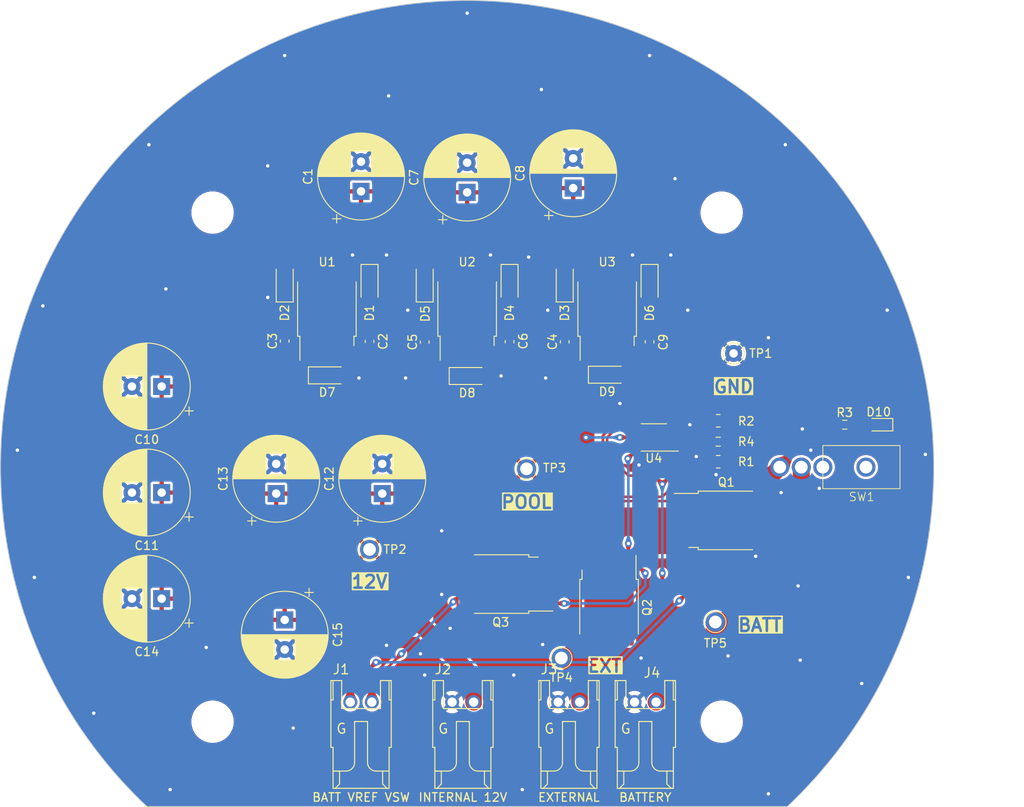
<source format=kicad_pcb>
(kicad_pcb (version 20221018) (generator pcbnew)
  (layers (0 "F.Cu" signal) (31 "B.Cu" signal) (34 "B.Paste" user) (35 "F.Paste" user) (36 "B.SilkS" user "B.Silkscreen") (37 "F.SilkS" user "F.Silkscreen") (38 "B.Mask" user) (39 "F.Mask" user) (44 "Edge.Cuts" user))
  (net 0 "")
  (net 1 "+VSW")
  (net 2 "Net-(D3-A)")
  (net 3 "Net-(D1-A)")
  (net 4 "+12V")
  (net 5 "GND")
  (net 6 "Net-(D5-A)")
  (net 7 "Net-(D4-A)")
  (net 8 "Net-(D2-A)")
  (net 9 "Net-(D6-A)")
  (net 10 "+BATT")
  (net 11 "+VDC")
  (net 13 "Net-(Q1-G)")
  (net 14 "Net-(J4-Pin_2)")
  (net 15 "Net-(Q2-G)")
  (net 16 "Net-(U4-E1)")
  (net 17 "Net-(U4-H1)")
  (net 18 "Net-(Q2-S)")
  (net 19 "Net-(D10-A)")
  (footprint "Package_TO_SOT_SMD:TO-252-2" (layer "F.Cu") (at 162.320492 117.489344 -90)
    (fp_text reference "Q2")
    (fp_text value "TJ8S06M3L")
  )
  (footprint "LED_SMD:LED_0603_1608Metric_Pad1.05x0.95mm_HandSolder" (layer "F.Cu") (at 194.100492 95.949344 180)
    (fp_text reference "D10")
    (fp_text value "RED")
  )
  (footprint "Package_TO_SOT_SMD:TO-252-2" (layer "F.Cu") (at 176.140492 107.229344)
    (fp_text reference "Q1")
    (fp_text value "TJ8S06M3L")
  )
  (footprint "Capacitor_THT:CP_Radial_D10.0mm_P3.50mm" (layer "F.Cu") (at 109.600492 116.449344 180)
    (fp_text reference "C14")
    (fp_text value "270μF")
  )
  (footprint "Package_TO_SOT_SMD:TO-252-2" (layer "F.Cu") (at 162.100492 82.219344 90)
    (fp_text reference "U3")
    (fp_text value "NJM7812SDL1")
  )
  (footprint "Capacitor_THT:CP_Radial_D10.0mm_P3.50mm" (layer "F.Cu") (at 158.100492 68.067021 90)
    (fp_text reference "C8")
    (fp_text value "270μF")
  )
  (footprint "Package_TO_SOT_SMD:TO-252-2" (layer "F.Cu") (at 129.075492 82.219344 90)
    (fp_text reference "U1")
    (fp_text value "NJM7812SDL1")
  )
  (footprint "Connector_Pin:Pin_D1.0mm_L10.0mm" (layer "F.Cu") (at 152.600492 101.149344)
    (fp_text reference "TP3")
    (fp_text value "TestPoint")
  )
  (footprint "Connector_Pin:Pin_D1.0mm_L10.0mm" (layer "F.Cu") (at 156.700492 123.449344)
    (fp_text reference "TP4")
    (fp_text value "TestPoint")
  )
  (footprint "Connector_Pin:Pin_D1.0mm_L10.0mm" (layer "F.Cu") (at 174.850492 119.199344)
    (fp_text reference "TP5")
    (fp_text value "TestPoint")
  )
  (footprint "MountingHole:MountingHole_4.5mm" (layer "F.Cu") (at 175.600492 130.949344)
    (fp_text reference "REF**" hide)
    (fp_text value "MountingHole_4.5mm" hide)
  )
  (footprint "Package_TO_SOT_SMD:TO-252-2" (layer "F.Cu") (at 149.560492 114.729344 180)
    (fp_text reference "Q3")
    (fp_text value "TJ8S06M3L")
  )
  (footprint "Resistor_SMD:R_0603_1608Metric_Pad0.98x0.95mm_HandSolder" (layer "F.Cu") (at 190.100492 95.949344)
    (fp_text reference "R3")
    (fp_text value "2kΩ")
  )
  (footprint "Capacitor_THT:CP_Radial_D10.0mm_P3.50mm" (layer "F.Cu") (at 124.100492 118.949344 -90)
    (fp_text reference "C15")
    (fp_text value "270μF")
  )
  (footprint "Hirose_Connector:Hirose_DF1B" (layer "F.Cu") (at 156.330492 128.639344)
    (fp_text reference "J3")
    (fp_text value "Conn_01x02_Pin")
  )
  (footprint "Capacitor_THT:CP_Radial_D10.0mm_P3.50mm" (layer "F.Cu") (at 145.600492 68.567021 90)
    (fp_text reference "C7")
    (fp_text value "270μF")
  )
  (footprint "Diode_SMD:D_SOD-123F" (layer "F.Cu") (at 124.100492 79.274344 90)
    (fp_text reference "D2")
    (fp_text value "1N4007")
  )
  (footprint "Capacitor_SMD:C_0603_1608Metric_Pad1.08x0.95mm_HandSolder" (layer "F.Cu") (at 150.600492 86.171844 90)
    (fp_text reference "C6")
    (fp_text value "0.1μF")
  )
  (footprint "Diode_SMD:D_SOD-123F" (layer "F.Cu") (at 140.600492 79.274344 90)
    (fp_text reference "D5")
    (fp_text value "1N4007")
  )
  (footprint "Hirose_Connector:Hirose_DF1B" (layer "F.Cu") (at 165.330492 128.639344)
    (fp_text reference "J4")
    (fp_text value "Conn_01x02_Pin")
  )
  (footprint "Resistor_SMD:R_0603_1608Metric_Pad0.98x0.95mm_HandSolder" (layer "F.Cu") (at 175.187992 97.949344 180)
    (fp_text reference "R4")
    (fp_text value "68kΩ")
  )
  (footprint "Capacitor_THT:CP_Radial_D10.0mm_P3.50mm" (layer "F.Cu") (at 133.100492 68.449344 90)
    (fp_text reference "C1")
    (fp_text value "270μF")
  )
  (footprint "Hirose_Connector:Hirose_DF1B" (layer "F.Cu") (at 131.830492 128.639344)
    (fp_text reference "J1")
    (fp_text value "Conn_01x02_Pin")
  )
  (footprint "Diode_SMD:D_SOD-123F" (layer "F.Cu") (at 150.600492 79.274344 -90)
    (fp_text reference "D4")
    (fp_text value "1N4007")
  )
  (footprint "Diode_SMD:D_SOD-123F" (layer "F.Cu") (at 157.100492 79.274344 90)
    (fp_text reference "D3")
    (fp_text value "1N4007")
  )
  (footprint "Hirose_Connector:Hirose_DF1B" (layer "F.Cu") (at 143.830492 128.639344)
    (fp_text reference "J2")
    (fp_text value "Conn_01x02_Pin")
  )
  (footprint "Diode_SMD:D_SOD-123F" (layer "F.Cu") (at 134.100492 79.274344 -90)
    (fp_text reference "D1")
    (fp_text value "1N4007")
  )
  (footprint "Capacitor_THT:CP_Radial_D10.0mm_P3.50mm" (layer "F.Cu") (at 109.600492 103.949344 180)
    (fp_text reference "C11")
    (fp_text value "270μF")
  )
  (footprint "Capacitor_SMD:C_0603_1608Metric_Pad1.08x0.95mm_HandSolder" (layer "F.Cu") (at 167.100492 86.181844 90)
    (fp_text reference "C9")
    (fp_text value "0.1μF")
  )
  (footprint "Diode_SMD:D_SOD-123F" (layer "F.Cu") (at 167.100492 79.274344 -90)
    (fp_text reference "D6")
    (fp_text value "1N4007")
  )
  (footprint "Connector_Pin:Pin_D1.0mm_L10.0mm" (layer "F.Cu") (at 134.100492 110.649344)
    (fp_text reference "TP2")
    (fp_text value "TestPoint")
  )
  (footprint "Capacitor_THT:CP_Radial_D10.0mm_P3.50mm" (layer "F.Cu") (at 123.100492 104.067021 90)
    (fp_text reference "C13")
    (fp_text value "270μF")
  )
  (footprint "2MS1T1B4M7QES:2MS1T1B4M7QES" (layer "F.Cu") (at 187.520492 100.949344 90)
    (fp_text reference "SW1")
    (fp_text value "SW_SPDT")
  )
  (footprint "Connector_Pin:Pin_D1.0mm_L10.0mm" (layer "F.Cu") (at 177.000492 87.549344)
    (fp_text reference "TP1")
    (fp_text value "TestPoint")
  )
  (footprint "Capacitor_SMD:C_0603_1608Metric_Pad1.08x0.95mm_HandSolder" (layer "F.Cu") (at 124.100492 86.096844 90)
    (fp_text reference "C3")
    (fp_text value "10μF")
  )
  (footprint "MountingHole:MountingHole_4.5mm" (layer "F.Cu") (at 115.600492 130.949344)
    (fp_text reference "REF**" hide)
    (fp_text value "MountingHole_4.5mm" hide)
  )
  (footprint "Capacitor_SMD:C_0603_1608Metric_Pad1.08x0.95mm_HandSolder" (layer "F.Cu") (at 134.100492 86.134344 90)
    (fp_text reference "C2")
    (fp_text value "0.1μF")
  )
  (footprint "Capacitor_SMD:C_0603_1608Metric_Pad1.08x0.95mm_HandSolder" (layer "F.Cu") (at 140.600492 86.209344 90)
    (fp_text reference "C5")
    (fp_text value "10μF")
  )
  (footprint "Diode_SMD:D_SOD-123F" (layer "F.Cu") (at 129.100492 90.134344)
    (fp_text reference "D7")
    (fp_text value "1N4007")
  )
  (footprint "Capacitor_SMD:C_0603_1608Metric_Pad1.08x0.95mm_HandSolder" (layer "F.Cu") (at 157.100492 86.181844 90)
    (fp_text reference "C4")
    (fp_text value "10μF")
  )
  (footprint "Package_TO_SOT_SMD:TO-252-2" (layer "F.Cu") (at 145.600492 82.209344 90)
    (fp_text reference "U2")
    (fp_text value "NJM7812SDL1")
  )
  (footprint "MountingHole:MountingHole_4.5mm" (layer "F.Cu") (at 115.600492 70.949344)
    (fp_text reference "REF**" hide)
    (fp_text value "MountingHole_4.5mm" hide)
  )
  (footprint "Diode_SMD:D_SOD-123F" (layer "F.Cu") (at 145.700492 90.209344)
    (fp_text reference "D8")
    (fp_text value "1N4007")
  )
  (footprint "Capacitor_THT:CP_Radial_D10.0mm_P3.50mm" (layer "F.Cu") (at 135.600492 104.067021 90)
    (fp_text reference "C12")
    (fp_text value "270μF")
  )
  (footprint "Resistor_SMD:R_0805_2012Metric_Pad1.20x1.40mm_HandSolder" (layer "F.Cu") (at 175.187992 100.314344 180)
    (fp_text reference "R1")
    (fp_text value "120kΩ")
  )
  (footprint "Diode_SMD:D_SOD-123F" (layer "F.Cu") (at 162.100492 90.059344)
    (fp_text reference "D9")
    (fp_text value "1N4007")
  )
  (footprint "Package_SO:MSOP-10-1EP_3x3mm_P0.5mm_EP1.73x1.98mm" (layer "F.Cu") (at 167.600492 97.449344 180)
    (fp_text reference "U4")
    (fp_text value "LTC4416EMS#PBF")
  )
  (footprint "Resistor_SMD:R_0805_2012Metric_Pad1.20x1.40mm_HandSolder" (layer "F.Cu") (at 175.187992 95.488344)
    (fp_text reference "R2")
    (fp_text value "10kΩ")
  )
  (footprint "MountingHole:MountingHole_4.5mm" (layer "F.Cu") (at 175.600492 70.949344)
    (fp_text reference "REF**" hide)
    (fp_text value "MountingHole_4.5mm" hide)
  )
  (footprint "Capacitor_THT:CP_Radial_D10.0mm_P3.50mm" (layer "F.Cu") (at 109.600492 91.449344 180)
    (fp_text reference "C10")
    (fp_text value "270μF")
  )
  (gr_arc (start 107.850492 140.949344) (mid 145.600492 45.948776) (end 183.350492 140.949344) (stroke (width 0.1)) (layer "Edge.Cuts"))
  (gr_line (start 183.350492 140.949344) (end 107.850492 140.949344) (stroke (width 0.1)) (layer "Edge.Cuts"))
  (gr_text "12V" (at 134.100492 115.349344) (layer "F.SilkS" knockout) (effects (font (size 1.5 1.5) (thickness 0.3) bold) (justify bottom)))
  (gr_text "EXTERNAL" (at 157.600492 140.449344) (layer "F.SilkS") (effects (font (size 1 1) (thickness 0.153)) (justify bottom)))
  (gr_text "BATTERY" (at 166.600492 140.449344) (layer "F.SilkS") (effects (font (size 1 1) (thickness 0.153)) (justify bottom)))
  (gr_text "EXT" (at 161.800492 125.249344) (layer "F.SilkS" knockout) (effects (font (size 1.5 1.5) (thickness 0.3) bold) (justify bottom)))
  (gr_text "BATT" (at 180.100492 120.449344) (layer "F.SilkS" knockout) (effects (font (size 1.5 1.5) (thickness 0.3) bold) (justify bottom)))
  (gr_text "INTERNAL 12V" (at 145.100492 140.449344) (layer "F.SilkS") (effects (font (size 1 1) (thickness 0.153)) (justify bottom)))
  (gr_text "BATT VREF VSW" (at 133.100492 140.449344) (layer "F.SilkS") (effects (font (size 1 1) (thickness 0.153)) (justify bottom)))
  (gr_text "GND" (at 177.000492 92.349344) (layer "F.SilkS" knockout) (effects (font (size 1.5 1.5) (thickness 0.3) bold) (justify bottom)))
  (gr_text "POOL" (at 152.600492 105.949344) (layer "F.SilkS" knockout) (effects (font (size 1.5 1.5) (thickness 0.3) bold) (justify bottom)))
  (segment (start 165.437992 97.449344) (end 163.600492 97.449344) (width 0.3) (layer "F.Cu") (net 1))
  (segment (start 144.545492 116.254344) (end 146.625492 116.254344) (width 0.3) (layer "F.Cu") (net 1))
  (segment (start 143.975492 116.824344) (end 144.545492 116.254344) (width 0.3) (layer "F.Cu") (net 1))
  (segment (start 134.370492 126.429344) (end 134.370492 128.639344) (width 0.3) (layer "F.Cu") (net 1))
  (segment (start 137.850492 122.949344) (end 134.370492 126.429344) (width 0.3) (layer "F.Cu") (net 1))
  (via (at 143.975492 116.824344) (size 0.8) (drill 0.4) (layers "F.Cu" "B.Cu") (net 1))
  (via (at 163.600492 97.449344) (size 0.8) (drill 0.4) (layers "F.Cu" "B.Cu") (net 1))
  (via (at 137.850492 122.949344) (size 0.8) (drill 0.4) (layers "F.Cu" "B.Cu") (net 1))
  (via (at 159.600492 97.449344) (size 0.8) (drill 0.4) (layers "F.Cu" "B.Cu") (net 1))
  (segment (start 143.975492 116.824344) (end 137.850492 122.949344) (width 0.3) (layer "B.Cu") (net 1))
  (segment (start 163.600492 97.449344) (end 159.600492 97.449344) (width 0.3) (layer "B.Cu") (net 1))
  (segment (start 157.890492 85.319344) (end 160.575492 82.634344) (width 1) (layer "F.Cu") (net 2))
  (segment (start 167.100492 85.319344) (end 166.310492 85.319344) (width 1) (layer "F.Cu") (net 2))
  (segment (start 166.310492 85.319344) (end 163.625492 82.634344) (width 1) (layer "F.Cu") (net 2))
  (segment (start 157.100492 85.319344) (end 157.890492 85.319344) (width 1) (layer "F.Cu") (net 2))
  (segment (start 157.100492 77.874344) (end 159.165492 77.874344) (width 1) (layer "F.Cu") (net 2))
  (segment (start 159.165492 77.874344) (end 160.575492 79.284344) (width 1) (layer "F.Cu") (net 2))
  (segment (start 131.355492 87.259344) (end 134.012992 87.259344) (width 2) (layer "F.Cu") (net 3))
  (segment (start 136.600492 85.774344) (end 136.600492 82.274344) (width 2) (layer "F.Cu") (net 3))
  (segment (start 131.355492 89.279344) (end 130.500492 90.134344) (width 2) (layer "F.Cu") (net 3))
  (segment (start 134.012992 87.259344) (end 134.100492 87.171844) (width 2) (layer "F.Cu") (net 3))
  (segment (start 134.100492 87.171844) (end 135.202992 87.171844) (width 2) (layer "F.Cu") (net 3))
  (segment (start 135.202992 87.171844) (end 136.600492 85.774344) (width 2) (layer "F.Cu") (net 3))
  (segment (start 131.355492 87.259344) (end 131.355492 89.279344) (width 2) (layer "F.Cu") (net 3))
  (segment (start 136.600492 82.274344) (end 135.000492 80.674344) (width 2) (layer "F.Cu") (net 3))
  (segment (start 135.000492 80.674344) (end 134.100492 80.674344) (width 2) (layer "F.Cu") (net 3))
  (segment (start 146.370492 125.719344) (end 140.100492 119.449344) (width 2) (layer "F.Cu") (net 4))
  (segment (start 167.100492 77.874344) (end 167.100492 73.949344) (width 2) (layer "F.Cu") (net 4))
  (segment (start 150.600492 77.874344) (end 150.600492 73.949344) (width 2) (layer "F.Cu") (net 4))
  (segment (start 146.370492 128.639344) (end 146.370492 125.719344) (width 2) (layer "F.Cu") (net 4))
  (segment (start 134.100492 77.874344) (end 134.100492 73.949344) (width 2) (layer "F.Cu") (net 4))
  (via (at 192.100492 126.449344) (size 0.8) (drill 0.4) (layers "F.Cu" "B.Cu") (net 5))
  (via (at 125.100492 131.699344) (size 0.8) (drill 0.4) (layers "F.Cu" "B.Cu") (net 5))
  (via (at 166.100492 123.449344) (size 0.8) (drill 0.4) (layers "F.Cu" "B.Cu") (net 5))
  (via (at 114.850492 122.199344) (size 0.8) (drill 0.4) (layers "F.Cu" "B.Cu") (net 5))
  (via (at 171.850492 95.949344) (size 0.8) (drill 0.4) (layers "F.Cu" "B.Cu") (net 5))
  (via (at 95.600492 81.949344) (size 0.8) (drill 0.4) (layers "F.Cu" "B.Cu") (net 5))
  (via (at 142.600492 108.449344) (size 0.8) (drill 0.4) (layers "F.Cu" "B.Cu") (net 5))
  (via (at 92.600492 98.949344) (size 0.8) (drill 0.4) (layers "F.Cu" "B.Cu") (net 5))
  (via (at 154.850492 90.449344) (size 0.8) (drill 0.4) (layers "F.Cu" "B.Cu") (net 5))
  (via (at 138.350492 90.449344) (size 0.8) (drill 0.4) (layers "F.Cu" "B.Cu") (net 5))
  (via (at 132.850492 90.449344) (size 0.8) (drill 0.4) (layers "F.Cu" "B.Cu") (net 5))
  (via (at 182.600492 103.949344) (size 0.8) (drill 0.4) (layers "F.Cu" "B.Cu") (net 5))
  (via (at 176.350492 123.199344) (size 0.8) (drill 0.4) (layers "F.Cu" "B.Cu") (net 5))
  (via (at 136.100492 75.949344) (size 0.8) (drill 0.4) (layers "F.Cu" "B.Cu") (net 5))
  (via (at 187.100492 103.449344) (size 0.8) (drill 0.4) (layers "F.Cu" "B.Cu") (net 5))
  (via (at 149.600492 90.199344) (size 0.8) (drill 0.4) (layers "F.Cu" "B.Cu") (net 5))
  (via (at 108.100492 62.949344) (size 0.8) (drill 0.4) (layers "F.Cu" "B.Cu") (net 5))
  (via (at 165.100492 75.949344) (size 0.8) (drill 0.4) (layers "F.Cu" "B.Cu") (net 5))
  (via (at 154.350492 56.449344) (size 0.8) (drill 0.4) (layers "F.Cu" "B.Cu") (net 5))
  (via (at 186.100492 98.949344) (size 0.8) (drill 0.4) (layers "F.Cu" "B.Cu") (net 5))
  (via (at 165.850492 100.699344) (size 0.8) (drill 0.4) (layers "F.Cu" "B.Cu") (net 5))
  (via (at 145.600492 47.449344) (size 0.8) (drill 0.4) (layers "F.Cu" "B.Cu") (net 5))
  (via (at 110.600492 138.949344) (size 0.8) (drill 0.4) (layers "F.Cu" "B.Cu") (net 5))
  (via (at 122.100492 65.449344) (size 0.8) (drill 0.4) (layers "F.Cu" "B.Cu") (net 5))
  (via (at 170.100492 66.949344) (size 0.8) (drill 0.4) (layers "F.Cu" "B.Cu") (net 5))
  (via (at 171.600492 82.449344) (size 0.8) (drill 0.4) (layers "F.Cu" "B.Cu") (net 5))
  (via (at 152.100492 138.949344) (size 0.8) (drill 0.4) (layers "F.Cu" "B.Cu") (net 5))
  (via (at 143.600492 119.949344) (size 0.8) (drill 0.4) (layers "F.Cu" "B.Cu") (net 5))
  (via (at 167.100492 52.449344) (size 0.8) (drill 0.4) (layers "F.Cu" "B.Cu") (net 5))
  (via (at 183.100492 62.949344) (size 0.8) (drill 0.4) (layers "F.Cu" "B.Cu") (net 5))
  (via (at 179.600492 111.449344) (size 0.8) (drill 0.4) (layers "F.Cu" "B.Cu") (net 5))
  (via (at 184.850492 123.699344) (size 0.8) (drill 0.4) (layers "F.Cu" "B.Cu") (net 5))
  (via (at 181.100492 139.449344) (size 0.8) (drill 0.4) (layers "F.Cu" "B.Cu") (net 5))
  (via (at 152.850492 76.199344) (size 0.8) (drill 0.4) (layers "F.Cu" "B.Cu") (net 5))
  (via (at 122.100492 80.949344) (size 0.8) (drill 0.4) (layers "F.Cu" "B.Cu") (net 5))
  (via (at 136.350492 57.199344) (size 0.8) (drill 0.4) (layers "F.Cu" "B.Cu") (net 5))
  (via (at 199.600492 99.449344) (size 0.8) (drill 0.4) (layers "F.Cu" "B.Cu") (net 5))
  (via (at 136.100492 121.949344) (size 0.8) (drill 0.4) (layers "F.Cu" "B.Cu") (net 5))
  (via (at 138.600492 82.449344) (size 0.8) (drill 0.4) (layers "F.Cu" "B.Cu") (net 5))
  (via (at 154.500492 121.849344) (size 0.8) (drill 0.4) (layers "F.Cu" "B.Cu") (net 5))
  (via (at 172.600492 99.699344) (size 0.8) (drill 0.4) (layers "F.Cu" "B.Cu") (net 5))
  (via (at 197.600492 113.949344) (size 0.8) (drill 0.4) (layers "F.Cu" "B.Cu") (net 5))
  (via (at 140.600492 125.449344) (size 0.8) (drill 0.4) (layers "F.Cu" "B.Cu") (net 5))
  (via (at 132.100492 75.949344) (size 0.8) (drill 0.4) (layers "F.Cu" "B.Cu") (net 5))
  (via (at 163.600492 93.449344) (size 0.8) (drill 0.4) (layers "F.Cu" "B.Cu") (net 5))
  (via (at 181.100492 85.699344) (size 0.8) (drill 0.4) (layers "F.Cu" "B.Cu") (net 5))
  (via (at 174.937492 101.838344) (size 0.8) (drill 0.4) (layers "F.Cu" "B.Cu") (net 5))
  (via (at 94.600492 113.949344) (size 0.8) (drill 0.4) (layers "F.Cu" "B.Cu") (net 5))
  (via (at 101.600492 129.949344) (size 0.8) (drill 0.4) (layers "F.Cu" "B.Cu") (net 5))
  (via (at 195.100492 82.449344) (size 0.8) (drill 0.4) (layers "F.Cu" "B.Cu") (net 5))
  (via (at 140.100492 122.949344) (size 0.8) (drill 0.4) (layers "F.Cu" "B.Cu") (net 5))
  (via (at 184.600492 114.949344) (size 0.8) (drill 0.4) (layers "F.Cu" "B.Cu") (net 5))
  (via (at 124.100492 52.449344) (size 0.8) (drill 0.4) (layers "F.Cu" "B.Cu") (net 5))
  (via (at 142.600492 115.949344) (size 0.8) (drill 0.4) (layers "F.Cu" "B.Cu") (net 5))
  (via (at 155.100492 82.449344) (size 0.8) (drill 0.4) (layers "F.Cu" "B.Cu") (net 5))
  (via (at 110.100492 79.949344) (size 0.8) (drill 0.4) (layers "F.Cu" "B.Cu") (net 5))
  (via (at 148.350492 75.949344) (size 0.8) (drill 0.4) (layers "F.Cu" "B.Cu") (net 5))
  (via (at 169.600492 75.949344) (size 0.8) (drill 0.4) (layers "F.Cu" "B.Cu") (net 5))
  (via (at 151.100492 125.449344) (size 0.8) (drill 0.4) (layers "F.Cu" "B.Cu") (net 5))
  (via (at 185.100492 96.449344) (size 0.8) (drill 0.4) (layers "F.Cu" "B.Cu") (net 5))
  (segment (start 140.600492 77.874344) (end 142.675492 77.874344) (width 1) (layer "F.Cu") (net 6))
  (segment (start 140.600492 85.346844) (end 141.352992 85.346844) (width 1) (layer "F.Cu") (net 6))
  (segment (start 142.675492 77.874344) (end 144.075492 79.274344) (width 1) (layer "F.Cu") (net 6))
  (segment (start 149.810492 85.309344) (end 147.125492 82.624344) (width 1) (layer "F.Cu") (net 6))
  (segment (start 150.600492 85.309344) (end 149.810492 85.309344) (width 1) (layer "F.Cu") (net 6))
  (segment (start 141.352992 85.346844) (end 144.075492 82.624344) (width 1) (layer "F.Cu") (net 6))
  (segment (start 151.665492 87.209344) (end 153.100492 85.774344) (width 2) (layer "F.Cu") (net 7))
  (segment (start 151.500492 80.674344) (end 150.600492 80.674344) (width 2) (layer "F.Cu") (net 7))
  (segment (start 153.100492 85.774344) (end 153.100492 82.274344) (width 2) (layer "F.Cu") (net 7))
  (segment (start 150.600492 87.209344) (end 151.665492 87.209344) (width 2) (layer "F.Cu") (net 7))
  (segment (start 147.880492 89.429344) (end 147.100492 90.209344) (width 2) (layer "F.Cu") (net 7))
  (segment (start 150.600492 87.209344) (end 147.920492 87.209344) (width 2) (layer "F.Cu") (net 7))
  (segment (start 147.880492 87.249344) (end 147.880492 89.429344) (width 2) (layer "F.Cu") (net 7))
  (segment (start 153.100492 82.274344) (end 151.500492 80.674344) (width 2) (layer "F.Cu") (net 7))
  (segment (start 147.920492 87.209344) (end 147.880492 87.249344) (width 2) (layer "F.Cu") (net 7))
  (segment (start 133.237992 85.271844) (end 130.600492 82.634344) (width 1) (layer "F.Cu") (net 8))
  (segment (start 124.100492 77.874344) (end 126.140492 77.874344) (width 1) (layer "F.Cu") (net 8))
  (segment (start 134.100492 85.271844) (end 133.237992 85.271844) (width 1) (layer "F.Cu") (net 8))
  (segment (start 124.100492 85.234344) (end 124.950492 85.234344) (width 1) (layer "F.Cu") (net 8))
  (segment (start 126.140492 77.874344) (end 127.550492 79.284344) (width 1) (layer "F.Cu") (net 8))
  (segment (start 124.950492 85.234344) (end 127.550492 82.634344) (width 1) (layer "F.Cu") (net 8))
  (segment (start 167.100492 87.219344) (end 168.155492 87.219344) (width 2) (layer "F.Cu") (net 9))
  (segment (start 169.600492 82.274344) (end 168.000492 80.674344) (width 2) (layer "F.Cu") (net 9))
  (segment (start 169.600492 85.774344) (end 169.600492 82.274344) (width 2) (layer "F.Cu") (net 9))
  (segment (start 164.380492 89.179344) (end 163.500492 90.059344) (width 2) (layer "F.Cu") (net 9))
  (segment (start 167.100492 87.219344) (end 164.420492 87.219344) (width 2) (layer "F.Cu") (net 9))
  (segment (start 164.420492 87.219344) (end 164.380492 87.259344) (width 2) (layer "F.Cu") (net 9))
  (segment (start 168.000492 80.674344) (end 167.100492 80.674344) (width 2) (layer "F.Cu") (net 9))
  (segment (start 164.380492 87.259344) (end 164.380492 89.179344) (width 2) (layer "F.Cu") (net 9))
  (segment (start 168.155492 87.219344) (end 169.600492 85.774344) (width 2) (layer "F.Cu") (net 9))
  (segment (start 131.830492 126.969344) (end 134.850492 123.949344) (width 0.3) (layer "F.Cu") (net 10))
  (segment (start 177.400492 105.989344) (end 180.020492 103.369344) (width 2) (layer "F.Cu") (net 10))
  (segment (start 170.100492 102.949344) (end 179.600492 102.949344) (width 0.3) (layer "F.Cu") (net 10))
  (segment (start 168.600492 104.449344) (end 170.100492 102.949344) (width 0.3) (layer "F.Cu") (net 10))
  (segment (start 163.100492 96.449344) (end 162.100492 97.449344) (width 0.3) (layer "F.Cu") (net 10))
  (segment (start 162.807598 104.449344) (end 168.600492 104.449344) (width 0.3) (layer "F.Cu") (net 10))
  (segment (start 170.600492 116.699344) (end 175.725492 111.574344) (width 0.3) (layer "F.Cu") (net 10))
  (segment (start 175.725492 111.574344) (end 175.725492 108.754344) (width 0.3) (layer "F.Cu") (net 10))
  (segment (start 131.830492 128.639344) (end 131.830492 126.969344) (width 0.3) (layer "F.Cu") (net 10))
  (segment (start 162.100492 103.742238) (end 162.807598 104.449344) (width 0.3) (layer "F.Cu") (net 10))
  (segment (start 187.440492 95.949344) (end 189.187992 95.949344) (width 0.3) (layer "F.Cu") (net 10))
  (segment (start 163.893386 96.449344) (end 163.100492 96.449344) (width 0.3) (layer "F.Cu") (net 10))
  (segment (start 182.440492 100.949344) (end 187.440492 95.949344) (width 0.3) (layer "F.Cu") (net 10))
  (segment (start 179.600492 102.949344) (end 180.020492 103.369344) (width 0.3) (layer "F.Cu") (net 10))
  (segment (start 162.100492 97.449344) (end 162.100492 103.742238) (width 0.3) (layer "F.Cu") (net 10))
  (segment (start 164.393386 96.949344) (end 163.893386 96.449344) (width 0.3) (layer "F.Cu") (net 10))
  (segment (start 165.437992 96.949344) (end 164.393386 96.949344) (width 0.3) (layer "F.Cu") (net 10))
  (segment (start 180.020492 103.369344) (end 182.440492 100.949344) (width 2) (layer "F.Cu") (net 10))
  (via (at 134.850492 123.949344) (size 0.8) (drill 0.4) (layers "F.Cu" "B.Cu") (net 10))
  (via (at 170.600492 116.699344) (size 0.8) (drill 0.4) (layers "F.Cu" "B.Cu") (net 10))
  (segment (start 163.350492 123.949344) (end 170.600492 116.699344) (width 0.3) (layer "B.Cu") (net 10))
  (segment (start 134.850492 123.949344) (end 163.350492 123.949344) (width 0.3) (layer "B.Cu") (net 10))
  (segment (start 174.187992 100.861844) (end 173.100492 101.949344) (width 0.3) (layer "F.Cu") (net 11))
  (segment (start 173.100492 101.949344) (end 169.600492 101.949344) (width 0.3) (layer "F.Cu") (net 11))
  (segment (start 168.600492 102.949344) (end 167.600492 101.949344) (width 0.3) (layer "F.Cu") (net 11))
  (segment (start 163.600492 98.948303) (end 164.599451 97.949344) (width 0.3) (layer "F.Cu") (net 11))
  (segment (start 164.599451 97.949344) (end 165.437992 97.949344) (width 0.3) (layer "F.Cu") (net 11))
  (segment (start 174.187992 100.060344) (end 174.187992 100.861844) (width 0.3) (layer "F.Cu") (net 11))
  (segment (start 169.600492 101.949344) (end 168.600492 102.949344) (width 0.3) (layer "F.Cu") (net 11))
  (segment (start 163.600492 100.949344) (end 163.600492 98.948303) (width 0.3) (layer "F.Cu") (net 11))
  (segment (start 158.870492 122.199344) (end 162.320492 118.749344) (width 2) (layer "F.Cu") (net 11))
  (segment (start 166.800492 118.749344) (end 162.320492 118.749344) (width 0.3) (layer "F.Cu") (net 11))
  (segment (start 164.600492 101.949344) (end 163.600492 100.949344) (width 0.3) (layer "F.Cu") (net 11))
  (segment (start 167.600492 101.949344) (end 164.600492 101.949344) (width 0.3) (layer "F.Cu") (net 11))
  (segment (start 168.600492 113.449344) (end 168.600492 116.949344) (width 0.3) (layer "F.Cu") (net 11))
  (segment (start 168.600492 116.949344) (end 166.800492 118.749344) (width 0.3) (layer "F.Cu") (net 11))
  (segment (start 158.870492 128.639344) (end 158.870492 122.199344) (width 2) (layer "F.Cu") (net 11))
  (via (at 168.600492 102.949344) (size 0.8) (drill 0.4) (layers "F.Cu" "B.Cu") (net 11))
  (via (at 168.600492 113.449344) (size 0.8) (drill 0.4) (layers "F.Cu" "B.Cu") (net 11))
  (segment (start 168.600492 113.449344) (end 168.600492 102.949344) (width 0.3) (layer "B.Cu") (net 11))
  (segment (start 161.600492 103.949344) (end 162.600492 104.949344) (width 0.3) (layer "F.Cu") (net 13))
  (segment (start 161.600492 97.242238) (end 161.600492 103.949344) (width 0.3) (layer "F.Cu") (net 13))
  (segment (start 164.600492 96.449344) (end 164.100492 95.949344) (width 0.3) (layer "F.Cu") (net 13))
  (segment (start 162.600492 104.949344) (end 171.100492 104.949344) (width 0.3) (layer "F.Cu") (net 13))
  (segment (start 164.100492 95.949344) (end 162.893386 95.949344) (width 0.3) (layer "F.Cu") (net 13))
  (segment (start 162.893386 95.949344) (end 161.600492 97.242238) (width 0.3) (layer "F.Cu") (net 13))
  (segment (start 165.437992 96.449344) (end 164.600492 96.449344) (width 0.3) (layer "F.Cu") (net 13))
  (segment (start 184.980492 111.529344) (end 184.980492 100.949344) (width 2) (layer "F.Cu") (net 14))
  (segment (start 167.870492 128.639344) (end 172.080492 124.429344) (width 2) (layer "F.Cu") (net 14))
  (segment (start 172.100492 124.409344) (end 172.080492 124.429344) (width 2) (layer "F.Cu") (net 14))
  (segment (start 172.080492 124.429344) (end 184.980492 111.529344) (width 2) (layer "F.Cu") (net 14))
  (segment (start 165.437992 99.036844) (end 165.437992 98.449344) (width 0.3) (layer "F.Cu") (net 15))
  (segment (start 165.600492 112.449344) (end 166.600492 113.449344) (width 0.3) (layer "F.Cu") (net 15))
  (segment (start 164.600492 112.449344) (end 165.600492 112.449344) (width 0.3) (layer "F.Cu") (net 15))
  (segment (start 164.600492 109.949344) (end 164.600492 112.449344) (width 0.3) (layer "F.Cu") (net 15))
  (segment (start 164.530492 99.944344) (end 165.437992 99.036844) (width 0.3) (layer "F.Cu") (net 15))
  (segment (start 157.040492 117.009344) (end 154.600492 117.009344) (width 0.3) (layer "F.Cu") (net 15))
  (via (at 164.600492 109.949344) (size 0.8) (drill 0.4) (layers "F.Cu" "B.Cu") (net 15))
  (via (at 164.530492 99.944344) (size 0.8) (drill 0.4) (layers "F.Cu" "B.Cu") (net 15))
  (via (at 166.600492 113.449344) (size 0.8) (drill 0.4) (layers "F.Cu" "B.Cu") (net 15))
  (via (at 157.040492 117.009344) (size 0.8) (drill 0.4) (layers "F.Cu" "B.Cu") (net 15))
  (segment (start 164.600492 109.949344) (end 164.600492 100.014344) (width 0.3) (layer "B.Cu") (net 15))
  (segment (start 164.540492 117.009344) (end 166.600492 114.949344) (width 0.3) (layer "B.Cu") (net 15))
  (segment (start 166.600492 114.949344) (end 166.600492 113.449344) (width 0.3) (layer "B.Cu") (net 15))
  (segment (start 157.040492 117.009344) (end 164.540492 117.009344) (width 0.3) (layer "B.Cu") (net 15))
  (segment (start 164.600492 100.014344) (end 164.530492 99.944344) (width 0.3) (layer "B.Cu") (net 15))
  (segment (start 176.187992 100.060344) (end 176.187992 99.949344) (width 0.3) (layer "F.Cu") (net 16))
  (segment (start 176.207492 98.056344) (end 176.207492 100.040844) (width 0.3) (layer "F.Cu") (net 16))
  (segment (start 175.699492 93.964344) (end 173.286492 93.964344) (width 0.3) (layer "F.Cu") (net 16))
  (segment (start 172.100492 97.949344) (end 169.762992 97.949344) (width 0.3) (layer "F.Cu") (net 16))
  (segment (start 176.207492 100.040844) (end 176.187992 100.060344) (width 0.3) (layer "F.Cu") (net 16))
  (segment (start 173.286492 93.964344) (end 172.778492 94.472344) (width 0.3) (layer "F.Cu") (net 16))
  (segment (start 176.100492 97.949344) (end 176.187992 97.861844) (width 0.3) (layer "F.Cu") (net 16))
  (segment (start 176.187992 94.452844) (end 175.699492 93.964344) (width 0.3) (layer "F.Cu") (net 16))
  (segment (start 172.778492 94.472344) (end 172.778492 97.271344) (width 0.3) (layer "F.Cu") (net 16))
  (segment (start 172.778492 97.271344) (end 172.100492 97.949344) (width 0.3) (layer "F.Cu") (net 16))
  (segment (start 176.100492 97.949344) (end 176.207492 98.056344) (width 0.3) (layer "F.Cu") (net 16))
  (segment (start 176.187992 97.861844) (end 176.187992 94.452844) (width 0.3) (layer "F.Cu") (net 16))
  (segment (start 174.275492 97.949344) (end 173.775492 98.449344) (width 0.3) (layer "F.Cu") (net 17))
  (segment (start 173.775492 98.449344) (end 169.762992 98.449344) (width 0.3) (layer "F.Cu") (net 17))
  (segment (start 160.040492 112.449344) (end 154.600492 112.449344) (width 2) (layer "F.Cu") (net 18))
  (segment (start 191.012992 95.949344) (end 193.225492 95.949344) (width 0.3) (layer "F.Cu") (net 19))
  (zone (net 14) (net_name "Net-(J4-Pin_2)") (layer "F.Cu") (priority 3) (connect_pads yes (clearance 0.3)) (min_thickness 0.127) (fill yes (thermal_gap 0.5) (thermal_bridge_width 0.5))
    (polygon (pts (xy 174.000492 118.449344) (xy 173.716246 119.198142) (xy 173.700492 121.749344) (xy 177.400492 118.049344) (xy 174.800492 118.049344)))
  )
  (zone (net 4) (net_name "+12V") (layer "F.Cu") (priority 2) (connect_pads (clearance 0.5)) (min_thickness 0.25) (fill yes (thermal_gap 0.5) (thermal_bridge_width 0.5))
    (polygon (pts (xy 108.100492 119.449344) (xy 109.100492 120.449344) (xy 140.100492 120.449344) (xy 141.100492 119.449344) (xy 141.100492 103.449344) (xy 140.100492 102.449344) (xy 122.100492 102.449344) (xy 121.100492 101.449344) (xy 121.100492 77.449344) (xy 123.600492 74.949344) (xy 168.100492 74.949344) (xy 169.100492 73.949344) (xy 169.100492 67.949344) (xy 168.100492 66.949344) (xy 123.100492 66.949344) (xy 108.100492 84.949344)))
  )
  (zone (net 11) (net_name "+VDC") (layer "F.Cu") (priority 4) (connect_pads yes (clearance 0.3)) (min_thickness 0.127) (fill yes (thermal_gap 0.5) (thermal_bridge_width 0.5))
    (polygon (pts (xy 155.500492 123.449344) (xy 156.700492 124.549344) (xy 158.000492 125.849344) (xy 158.000492 121.849344) (xy 156.700492 122.349344)))
  )
  (zone (net 0) (net_name "") (layer "F.Cu") (connect_pads (clearance 0)) (min_thickness 0.127)
    (keepout (tracks allowed) (vias allowed) (pads allowed) (copperpour not_allowed) (footprints allowed))
    (fill (thermal_gap 0.5) (thermal_bridge_width 0.5))
    (polygon (pts (xy 131.850492 77.699344) (xy 135.350492 77.699344) (xy 135.350492 79.699344) (xy 131.850492 79.699344)))
  )
  (zone (net 1) (net_name "+VSW") (layer "F.Cu") (priority 1) (connect_pads (clearance 0.5)) (min_thickness 0.25) (fill yes (thermal_gap 0.5) (thermal_bridge_width 0.5))
    (polygon (pts (xy 122.850492 85.949344) (xy 129.100492 85.949344) (xy 129.100492 91.449344) (xy 139.350492 91.449344) (xy 139.350492 86.199344) (xy 145.600492 86.199344) (xy 145.600492 91.449344) (xy 155.850492 91.449344) (xy 155.850492 86.199344) (xy 162.100492 86.199344) (xy 162.100492 95.449344) (xy 160.600492 96.699344) (xy 160.600492 103.949344) (xy 162.600492 105.699344) (xy 169.350492 105.699344) (xy 172.600492 108.949344) (xy 172.600492 111.199344) (xy 166.850492 111.199344) (xy 165.358713 109.199344) (xy 154.100492 109.199344) (xy 152.350492 110.949344) (xy 152.350492 118.699344) (xy 144.350492 118.699344) (xy 144.350492 102.199344) (xy 137.850492 96.199344) (xy 124.100492 96.199344) (xy 122.850492 94.699344)))
  )
  (zone (net 0) (net_name "") (layer "F.Cu") (connect_pads (clearance 0)) (min_thickness 0.127)
    (keepout (tracks allowed) (vias allowed) (pads allowed) (copperpour not_allowed) (footprints allowed))
    (fill (thermal_gap 0.5) (thermal_bridge_width 0.5))
    (polygon (pts (xy 164.600492 77.699344) (xy 168.100492 77.699344) (xy 168.100492 79.699344) (xy 164.600492 79.699344)))
  )
  (zone (net 0) (net_name "") (layer "F.Cu") (connect_pads (clearance 0)) (min_thickness 0.127)
    (keepout (tracks allowed) (vias allowed) (pads allowed) (copperpour not_allowed) (footprints allowed))
    (fill (thermal_gap 0.5) (thermal_bridge_width 0.5))
    (polygon (pts (xy 148.350492 77.699344) (xy 151.850492 77.699344) (xy 151.850492 79.699344) (xy 148.350492 79.699344)))
  )
  (zone (net 5) (net_name "GND") (layers "F&B.Cu") (connect_pads (clearance 0.3)) (min_thickness 0.127) (fill yes (thermal_gap 0.5) (thermal_bridge_width 0.5))
    (polygon (pts (xy 147.075624 45.918543) (xy 148.549698 45.977831) (xy 150.021653 46.076597) (xy 151.490433 46.21477) (xy 152.954983 46.39225) (xy 154.414251 46.608911) (xy 155.86719 46.864596) (xy 157.312756 47.159123) (xy 158.749911 47.492279) (xy 160.177622 47.863825) (xy 161.594865 48.273495) (xy 163.000621 48.720994) (xy 164.393882 49.206001) (xy 165.773646 49.728168) (xy 167.138922 50.287119) (xy 168.488731 50.882453) (xy 169.822102 51.513743) (xy 171.138079 52.180535) (xy 172.435716 52.882351) (xy 173.714081 53.618686) (xy 174.972256 54.389012) (xy 176.209338 55.192775) (xy 177.424438 56.029398) (xy 178.616683 56.898281) (xy 179.785218 57.798799) (xy 180.929203 58.730306) (xy 182.047817 59.692132) (xy 183.140256 60.683587) (xy 184.205736 61.703959) (xy 185.243491 62.752516) (xy 186.252776 63.828503) (xy 187.232867 64.931149) (xy 188.18306 66.059662) (xy 189.102672 67.21323) (xy 189.991043 68.391026) (xy 190.847534 69.592205) (xy 191.671532 70.815902) (xy 192.462443 72.061239) (xy 193.2197 73.327323) (xy 193.94276 74.613244) (xy 194.631102 75.918077) (xy 195.284233 77.240887) (xy 195.901683 78.580724) (xy 196.48301 79.936624) (xy 197.027795 81.307615) (xy 197.535648 82.692711) (xy 198.006203 84.090919) (xy 198.439123 85.501233) (xy 198.834097 86.922642) (xy 199.190841 88.354124) (xy 199.509099 89.794651) (xy 199.788642 91.243189) (xy 200.02927 92.698697) (xy 200.23081 94.160131) (xy 200.393117 95.62644) (xy 200.516074 97.096572) (xy 200.599594 98.569471) (xy 200.643616 100.044079) (xy 200.648109 101.519337) (xy 200.613069 102.994185) (xy 200.538522 104.467566) (xy 200.424521 105.938419) (xy 200.271148 107.40569) (xy 200.078513 108.868324) (xy 199.846755 110.325271) (xy 199.576039 111.775484) (xy 199.266561 113.217923) (xy 198.918543 114.651551) (xy 198.532234 116.075339) (xy 198.107912 117.488264) (xy 197.645882 118.889312) (xy 197.146475 120.277476) (xy 196.61005 121.651759) (xy 196.036993 123.011175) (xy 195.427715 124.354748) (xy 194.782653 125.681511) (xy 194.102271 126.990513) (xy 193.387057 128.280814) (xy 192.637525 129.551487) (xy 191.854213 130.801618) (xy 191.037685 132.030312) (xy 190.188525 133.236684) (xy 189.307345 134.419869) (xy 188.394776 135.579018) (xy 187.451474 136.713297) (xy 186.478117 137.821892) (xy 185.475404 138.904007) (xy 184.444055 139.958864) (xy 183.38481 140.985707) (xy 183.356882 140.998934) (xy 183.353168 140.998235) (xy 183.350492 140.999344) (xy 107.850492 140.999344) (xy 107.847815 140.998235) (xy 107.844102 140.998934) (xy 107.816174 140.985707) (xy 106.756929 139.958864) (xy 105.72558 138.904007) (xy 104.722867 137.821892) (xy 103.74951 136.713297) (xy 102.806208 135.579018) (xy 101.893639 134.419869) (xy 101.012459 133.236684) (xy 100.163299 132.030312) (xy 99.346771 130.801618) (xy 98.563459 129.551487) (xy 97.813927 128.280814) (xy 97.098713 126.990513) (xy 96.418331 125.681511) (xy 95.773269 124.354748) (xy 95.163991 123.011175) (xy 94.590934 121.651759) (xy 94.054509 120.277476) (xy 93.555102 118.889312) (xy 93.093072 117.488264) (xy 92.66875 116.075339) (xy 92.282441 114.651551) (xy 91.934423 113.217923) (xy 91.624945 111.775484) (xy 91.354229 110.325271) (xy 91.122471 108.868324) (xy 90.929836 107.40569) (xy 90.776463 105.938419) (xy 90.662462 104.467566) (xy 90.587915 102.994185) (xy 90.552875 101.519337) (xy 90.557368 100.044079) (xy 90.60139 98.569471) (xy 90.68491 97.096572) (xy 90.807867 95.62644) (xy 90.970174 94.160131) (xy 91.171714 92.698697) (xy 91.412342 91.243189) (xy 91.691885 89.794651) (xy 92.010143 88.354124) (xy 92.366887 86.922642) (xy 92.761861 85.501233) (xy 93.194781 84.090919) (xy 93.665336 82.692711) (xy 94.173189 81.307615) (xy 94.717974 79.936624) (xy 95.299301 78.580724) (xy 95.916751 77.240887) (xy 96.569882 75.918077) (xy 97.258224 74.613244) (xy 97.981284 73.327323) (xy 98.738541 72.061239) (xy 99.529452 70.815902) (xy 100.35345 69.592205) (xy 101.209941 68.391026) (xy 102.098312 67.21323) (xy 103.017924 66.059662) (xy 103.968117 64.931149) (xy 104.948208 63.828503) (xy 105.957493 62.752516) (xy 106.995248 61.703959) (xy 108.060728 60.683587) (xy 109.153167 59.692132) (xy 110.271781 58.730306) (xy 111.415766 57.798799) (xy 112.584301 56.898281) (xy 113.776546 56.029398) (xy 114.991646 55.192775) (xy 116.228728 54.389012) (xy 117.486903 53.618686) (xy 118.765268 52.882351) (xy 120.062905 52.180535) (xy 121.378882 51.513743) (xy 122.712253 50.882453) (xy 124.062062 50.287119) (xy 125.427338 49.728168) (xy 126.807102 49.206001) (xy 128.200363 48.720994) (xy 129.606119 48.273495) (xy 131.023362 47.863825) (xy 132.451073 47.492279) (xy 133.888228 47.159123) (xy 135.333794 46.864596) (xy 136.786733 46.608911) (xy 138.246001 46.39225) (xy 139.710551 46.21477) (xy 141.179331 46.076597) (xy 142.651286 45.977831) (xy 144.12536 45.918543) (xy 145.600492 45.898776)))
  )
)
</source>
